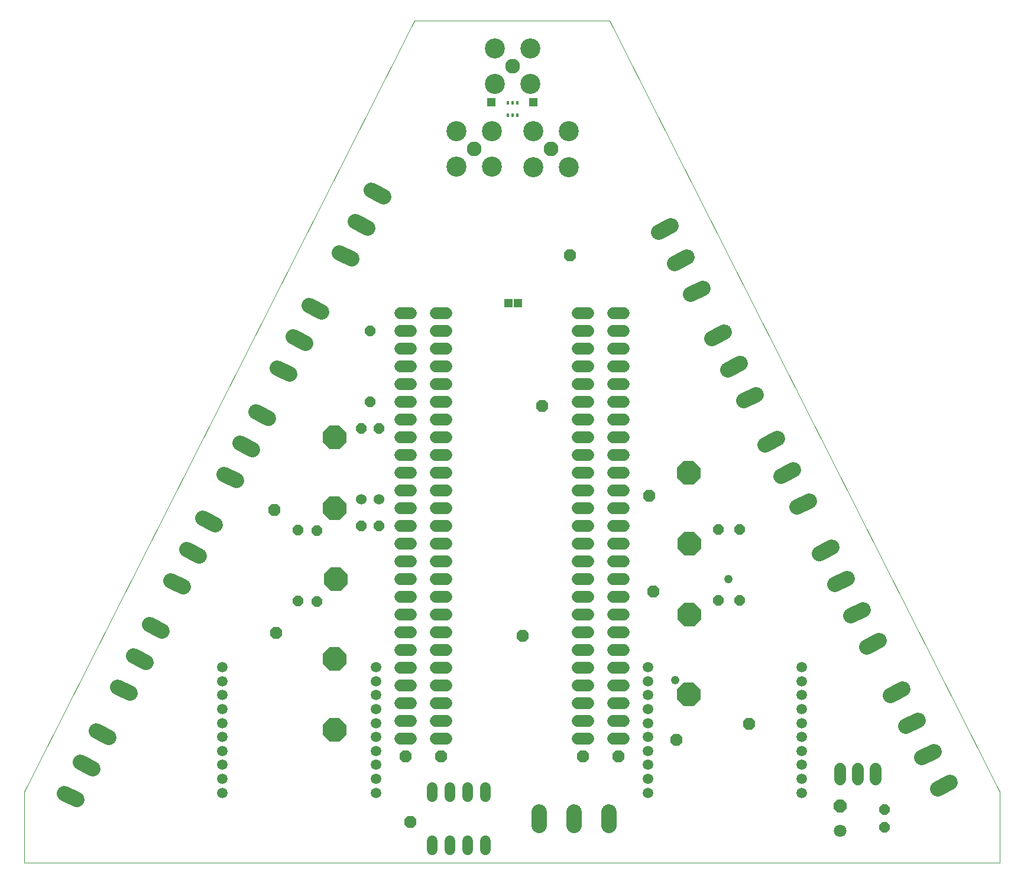
<source format=gts>
G75*
%MOIN*%
%OFA0B0*%
%FSLAX25Y25*%
%IPPOS*%
%LPD*%
%AMOC8*
5,1,8,0,0,1.08239X$1,22.5*
%
%ADD10C,0.00000*%
%ADD11OC8,0.06800*%
%ADD12OC8,0.06000*%
%ADD13OC8,0.07100*%
%ADD14C,0.07100*%
%ADD15C,0.08600*%
%ADD16OC8,0.13200*%
%ADD17C,0.06800*%
%ADD18C,0.05950*%
%ADD19C,0.06000*%
%ADD20C,0.06000*%
%ADD21C,0.08300*%
%ADD22C,0.11300*%
%ADD23R,0.01600X0.02400*%
%ADD24C,0.04800*%
%ADD25R,0.04762X0.04762*%
D10*
X0012516Y0011833D02*
X0012516Y0051833D01*
X0232516Y0486833D01*
X0342516Y0486833D01*
X0562516Y0051833D01*
X0562437Y0011833D01*
X0012516Y0011833D01*
D11*
X0154283Y0141492D03*
X0227516Y0071833D03*
X0247516Y0071833D03*
X0230036Y0034970D03*
X0327516Y0071833D03*
X0347516Y0071833D03*
X0379938Y0081301D03*
X0421136Y0090212D03*
X0367044Y0164995D03*
X0364603Y0219038D03*
X0304366Y0269629D03*
X0320114Y0354668D03*
X0153382Y0210967D03*
X0293369Y0140011D03*
D12*
X0212516Y0201833D03*
X0202516Y0201833D03*
X0177591Y0199446D03*
X0166765Y0199523D03*
X0166765Y0159523D03*
X0177591Y0159446D03*
X0202516Y0256833D03*
X0212516Y0256833D03*
X0207516Y0271833D03*
X0207516Y0311833D03*
X0403863Y0199840D03*
X0415817Y0199840D03*
X0415817Y0159840D03*
X0403863Y0159840D03*
X0497516Y0041833D03*
X0497516Y0031833D03*
D13*
X0472516Y0043833D03*
D14*
X0472516Y0029833D03*
D15*
X0518536Y0071242D02*
X0525485Y0074783D01*
X0516496Y0092425D02*
X0509547Y0088884D01*
X0500648Y0106347D02*
X0507598Y0109889D01*
X0494384Y0137319D02*
X0487434Y0133778D01*
X0478536Y0151242D02*
X0485485Y0154783D01*
X0476496Y0172425D02*
X0469547Y0168884D01*
X0460648Y0186347D02*
X0467598Y0189889D01*
X0454934Y0216051D02*
X0447985Y0212510D01*
X0439041Y0230063D02*
X0445991Y0233604D01*
X0437047Y0251157D02*
X0430097Y0247616D01*
X0417985Y0272510D02*
X0424934Y0276051D01*
X0415991Y0293604D02*
X0409041Y0290063D01*
X0400097Y0307616D02*
X0407047Y0311157D01*
X0394934Y0336051D02*
X0387985Y0332510D01*
X0379041Y0350063D02*
X0385991Y0353604D01*
X0377047Y0371157D02*
X0370097Y0367616D01*
X0214934Y0387616D02*
X0207985Y0391157D01*
X0199041Y0373604D02*
X0205991Y0370063D01*
X0197047Y0352510D02*
X0190097Y0356051D01*
X0172985Y0326157D02*
X0179934Y0322616D01*
X0170991Y0305063D02*
X0164041Y0308604D01*
X0155097Y0291051D02*
X0162047Y0287510D01*
X0149934Y0262616D02*
X0142985Y0266157D01*
X0134041Y0248604D02*
X0140991Y0245063D01*
X0132047Y0227510D02*
X0125097Y0231051D01*
X0112985Y0206157D02*
X0119934Y0202616D01*
X0110991Y0185063D02*
X0104041Y0188604D01*
X0095097Y0171051D02*
X0102047Y0167510D01*
X0089934Y0142616D02*
X0082985Y0146157D01*
X0074041Y0128604D02*
X0080991Y0125063D01*
X0072047Y0107510D02*
X0065097Y0111051D01*
X0052985Y0086157D02*
X0059934Y0082616D01*
X0050991Y0065063D02*
X0044041Y0068604D01*
X0035097Y0051051D02*
X0042047Y0047510D01*
X0302816Y0040733D02*
X0302816Y0032933D01*
X0322516Y0032933D02*
X0322516Y0040733D01*
X0342216Y0040733D02*
X0342216Y0032933D01*
X0527434Y0053778D02*
X0534384Y0057319D01*
D16*
X0387516Y0151833D03*
X0387516Y0191833D03*
X0387016Y0231833D03*
X0387016Y0106833D03*
X0188016Y0171833D03*
X0187516Y0211833D03*
X0187516Y0251833D03*
X0187516Y0126833D03*
X0187516Y0086833D03*
D17*
X0224516Y0081833D02*
X0230516Y0081833D01*
X0230516Y0091833D02*
X0224516Y0091833D01*
X0224516Y0101833D02*
X0230516Y0101833D01*
X0230516Y0111833D02*
X0224516Y0111833D01*
X0224516Y0121833D02*
X0230516Y0121833D01*
X0230516Y0131833D02*
X0224516Y0131833D01*
X0224516Y0141833D02*
X0230516Y0141833D01*
X0230516Y0151833D02*
X0224516Y0151833D01*
X0224516Y0161833D02*
X0230516Y0161833D01*
X0230516Y0171833D02*
X0224516Y0171833D01*
X0224516Y0181833D02*
X0230516Y0181833D01*
X0230516Y0191833D02*
X0224516Y0191833D01*
X0224516Y0201833D02*
X0230516Y0201833D01*
X0230516Y0211833D02*
X0224516Y0211833D01*
X0224516Y0221833D02*
X0230516Y0221833D01*
X0230516Y0231833D02*
X0224516Y0231833D01*
X0224516Y0241833D02*
X0230516Y0241833D01*
X0230516Y0251833D02*
X0224516Y0251833D01*
X0224516Y0261833D02*
X0230516Y0261833D01*
X0230516Y0271833D02*
X0224516Y0271833D01*
X0224516Y0281833D02*
X0230516Y0281833D01*
X0230516Y0291833D02*
X0224516Y0291833D01*
X0224516Y0301833D02*
X0230516Y0301833D01*
X0230516Y0311833D02*
X0224516Y0311833D01*
X0224516Y0321833D02*
X0230516Y0321833D01*
X0244516Y0321833D02*
X0250516Y0321833D01*
X0250516Y0311833D02*
X0244516Y0311833D01*
X0244516Y0301833D02*
X0250516Y0301833D01*
X0250516Y0291833D02*
X0244516Y0291833D01*
X0244516Y0281833D02*
X0250516Y0281833D01*
X0250516Y0271833D02*
X0244516Y0271833D01*
X0244516Y0261833D02*
X0250516Y0261833D01*
X0250516Y0251833D02*
X0244516Y0251833D01*
X0244516Y0241833D02*
X0250516Y0241833D01*
X0250516Y0231833D02*
X0244516Y0231833D01*
X0244516Y0221833D02*
X0250516Y0221833D01*
X0250516Y0211833D02*
X0244516Y0211833D01*
X0244516Y0201833D02*
X0250516Y0201833D01*
X0250516Y0191833D02*
X0244516Y0191833D01*
X0244516Y0181833D02*
X0250516Y0181833D01*
X0250516Y0171833D02*
X0244516Y0171833D01*
X0244516Y0161833D02*
X0250516Y0161833D01*
X0250516Y0151833D02*
X0244516Y0151833D01*
X0244516Y0141833D02*
X0250516Y0141833D01*
X0250516Y0131833D02*
X0244516Y0131833D01*
X0244516Y0121833D02*
X0250516Y0121833D01*
X0250516Y0111833D02*
X0244516Y0111833D01*
X0244516Y0101833D02*
X0250516Y0101833D01*
X0250516Y0091833D02*
X0244516Y0091833D01*
X0244516Y0081833D02*
X0250516Y0081833D01*
X0324516Y0081833D02*
X0330516Y0081833D01*
X0330516Y0091833D02*
X0324516Y0091833D01*
X0324516Y0101833D02*
X0330516Y0101833D01*
X0330516Y0111833D02*
X0324516Y0111833D01*
X0324516Y0121833D02*
X0330516Y0121833D01*
X0330516Y0131833D02*
X0324516Y0131833D01*
X0324516Y0141833D02*
X0330516Y0141833D01*
X0330516Y0151833D02*
X0324516Y0151833D01*
X0324516Y0161833D02*
X0330516Y0161833D01*
X0330516Y0171833D02*
X0324516Y0171833D01*
X0324516Y0181833D02*
X0330516Y0181833D01*
X0330516Y0191833D02*
X0324516Y0191833D01*
X0324516Y0201833D02*
X0330516Y0201833D01*
X0330516Y0211833D02*
X0324516Y0211833D01*
X0324516Y0221833D02*
X0330516Y0221833D01*
X0330516Y0231833D02*
X0324516Y0231833D01*
X0324516Y0241833D02*
X0330516Y0241833D01*
X0330516Y0251833D02*
X0324516Y0251833D01*
X0324516Y0261833D02*
X0330516Y0261833D01*
X0330516Y0271833D02*
X0324516Y0271833D01*
X0324516Y0281833D02*
X0330516Y0281833D01*
X0330516Y0291833D02*
X0324516Y0291833D01*
X0324516Y0301833D02*
X0330516Y0301833D01*
X0330516Y0311833D02*
X0324516Y0311833D01*
X0324516Y0321833D02*
X0330516Y0321833D01*
X0344516Y0321833D02*
X0350516Y0321833D01*
X0350516Y0311833D02*
X0344516Y0311833D01*
X0344516Y0301833D02*
X0350516Y0301833D01*
X0350516Y0291833D02*
X0344516Y0291833D01*
X0344516Y0281833D02*
X0350516Y0281833D01*
X0350516Y0271833D02*
X0344516Y0271833D01*
X0344516Y0261833D02*
X0350516Y0261833D01*
X0350516Y0251833D02*
X0344516Y0251833D01*
X0344516Y0241833D02*
X0350516Y0241833D01*
X0350516Y0231833D02*
X0344516Y0231833D01*
X0344516Y0221833D02*
X0350516Y0221833D01*
X0350516Y0211833D02*
X0344516Y0211833D01*
X0344516Y0201833D02*
X0350516Y0201833D01*
X0350516Y0191833D02*
X0344516Y0191833D01*
X0344516Y0181833D02*
X0350516Y0181833D01*
X0350516Y0171833D02*
X0344516Y0171833D01*
X0344516Y0161833D02*
X0350516Y0161833D01*
X0350516Y0151833D02*
X0344516Y0151833D01*
X0344516Y0141833D02*
X0350516Y0141833D01*
X0350516Y0131833D02*
X0344516Y0131833D01*
X0344516Y0121833D02*
X0350516Y0121833D01*
X0350516Y0111833D02*
X0344516Y0111833D01*
X0344516Y0101833D02*
X0350516Y0101833D01*
X0350516Y0091833D02*
X0344516Y0091833D01*
X0344516Y0081833D02*
X0350516Y0081833D01*
X0472516Y0064833D02*
X0472516Y0058833D01*
X0482516Y0058833D02*
X0482516Y0064833D01*
X0492516Y0064833D02*
X0492516Y0058833D01*
D18*
X0450823Y0059274D03*
X0450823Y0067148D03*
X0450823Y0075022D03*
X0450823Y0082896D03*
X0450823Y0090770D03*
X0450823Y0098644D03*
X0450823Y0106518D03*
X0450823Y0114392D03*
X0450823Y0122266D03*
X0450823Y0051400D03*
X0364209Y0051400D03*
X0364209Y0059274D03*
X0364209Y0067148D03*
X0364209Y0075022D03*
X0364209Y0082896D03*
X0364209Y0090770D03*
X0364209Y0098644D03*
X0364209Y0106518D03*
X0364209Y0114392D03*
X0364209Y0122266D03*
X0210823Y0122266D03*
X0210823Y0114392D03*
X0210823Y0106518D03*
X0210823Y0098644D03*
X0210823Y0090770D03*
X0210823Y0082896D03*
X0210823Y0075022D03*
X0210823Y0067148D03*
X0210823Y0059274D03*
X0210823Y0051400D03*
X0124209Y0051400D03*
X0124209Y0059274D03*
X0124209Y0067148D03*
X0124209Y0075022D03*
X0124209Y0082896D03*
X0124209Y0090770D03*
X0124209Y0098644D03*
X0124209Y0106518D03*
X0124209Y0114392D03*
X0124209Y0122266D03*
D19*
X0202516Y0216833D03*
X0212516Y0216833D03*
D20*
X0242516Y0054433D02*
X0242516Y0049233D01*
X0252516Y0049233D02*
X0252516Y0054433D01*
X0262516Y0054433D02*
X0262516Y0049233D01*
X0272516Y0049233D02*
X0272516Y0054433D01*
X0272516Y0024433D02*
X0272516Y0019233D01*
X0262516Y0019233D02*
X0262516Y0024433D01*
X0252516Y0024433D02*
X0252516Y0019233D01*
X0242516Y0019233D02*
X0242516Y0024433D01*
D21*
X0266185Y0414592D03*
X0309325Y0414468D03*
X0287636Y0461258D03*
D22*
X0297675Y0471297D03*
X0277597Y0471297D03*
X0277597Y0451219D03*
X0297675Y0451219D03*
X0299286Y0424507D03*
X0299286Y0404429D03*
X0319364Y0404429D03*
X0319364Y0424507D03*
X0276224Y0424631D03*
X0276224Y0404553D03*
X0256146Y0404553D03*
X0256146Y0424631D03*
D23*
X0285199Y0433633D03*
X0287758Y0433633D03*
X0290317Y0433633D03*
X0290317Y0440523D03*
X0287758Y0440523D03*
X0285199Y0440523D03*
D24*
X0409484Y0171794D03*
X0379366Y0115101D03*
D25*
X0290784Y0327699D03*
X0285272Y0327699D03*
X0275823Y0440888D03*
X0299445Y0440888D03*
M02*

</source>
